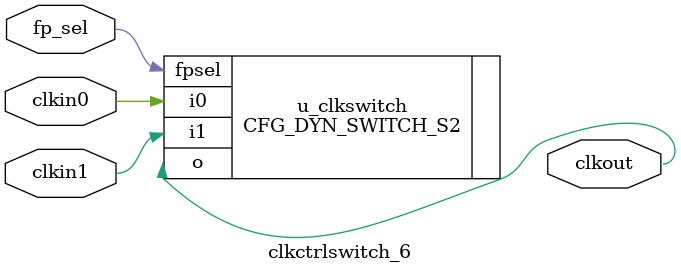
<source format=v>

module clkctrlswitch_6(
    clkin0,
    clkin1,
    fp_sel,
    clkout
);

input clkin0;
input clkin1;
input fp_sel;
output clkout;

CFG_DYN_SWITCH_S2 #(
        .SEL (2'b11),
        .gclk_mux (6)
)
u_clkswitch (
        .o (clkout),
        .i0 (clkin0),
        .i1 (clkin1),
        .fpsel (fp_sel)
);

endmodule

// ============================================================
//                  clkctrlswitch Setting
//
// Warning: This part is read by Fuxi, please don't modify it.
// ============================================================
// Device          : H1D03N0L144C7
// Module          : clkctrlswitch_6
// IP core         : clkctrlswitch
// IP Version      : 1

// Mux             : 6
// Simulation Files: 
// Synthesis Files : 

</source>
